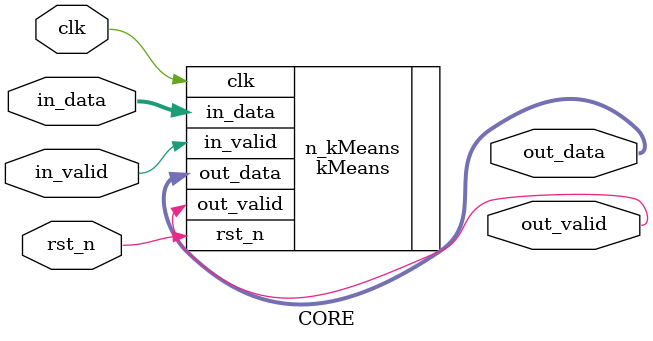
<source format=v>
module CORE(
  clk,
  rst_n,
  in_valid,
  in_data,
  out_valid,
  out_data
);
input               clk;
input               rst_n;
input               in_valid;
input       [15:0]  in_data;
output              out_valid;
output      [15:0]  out_data;

kMeans n_kMeans(
  .clk        (clk),
  .rst_n      (rst_n),
  .in_valid   (in_valid),
  .in_data    (in_data),
  .out_valid  (out_valid),
  .out_data   (out_data)
);


endmodule 
</source>
